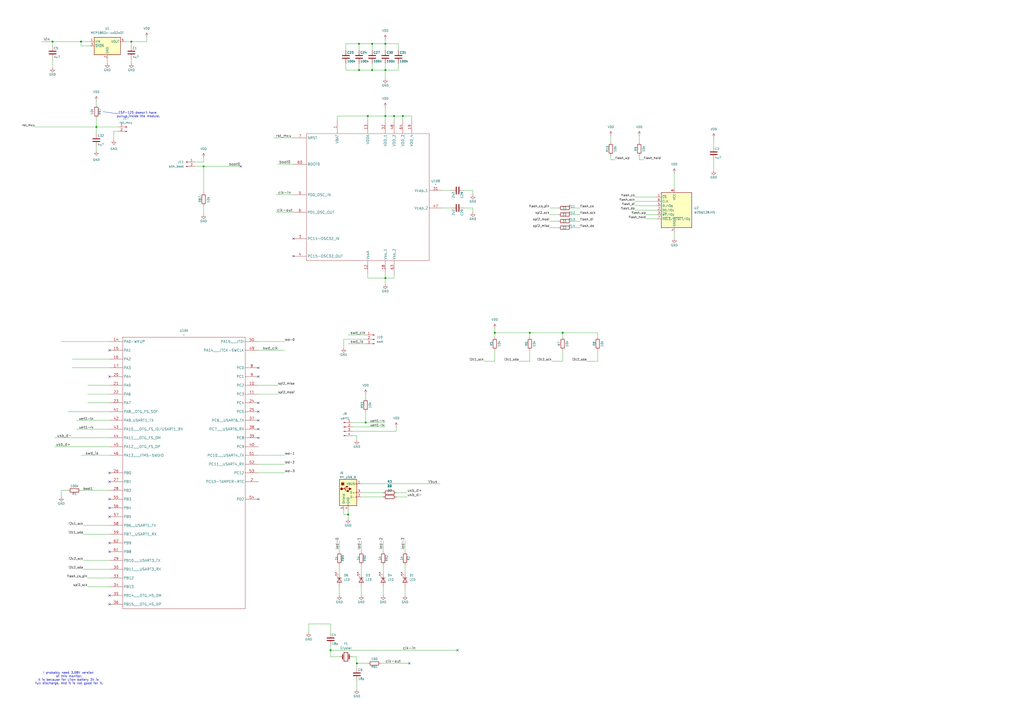
<source format=kicad_sch>
(kicad_sch (version 20250114) (generator "eeschema") (generator_version "9.0")
  (paper "A2")
  (lib_symbols
    (symbol "Connector:Conn_01x02_Pin" (pin_names (offset 1.016) (hide yes))
      (property "Reference" "J" (at 0 2.54 0))
      (property "Value" "Conn_01x02_Pin" (at 0 -5.08 0))
      (symbol "Conn_01x02_Pin_1_1"
        (pin passive line (at 5.08 0 180) (length 3.81) (name "Pin_1") (number "1"))
        (pin passive line (at 5.08 -2.54 180) (length 3.81) (name "Pin_2") (number "2"))
      )
    )
    (symbol "Connector:Conn_01x03_Pin" (pin_names (offset 1.016) (hide yes))
      (property "Reference" "J" (at 0 5.08 0))
      (property "Value" "Conn_01x03_Pin" (at 0 -5.08 0))
      (symbol "Conn_01x03_Pin_1_1"
        (pin passive line (at 5.08 2.54 180) (length 3.81) (name "Pin_1") (number "1"))
        (pin passive line (at 5.08 0 180) (length 3.81) (name "Pin_2") (number "2"))
        (pin passive line (at 5.08 -2.54 180) (length 3.81) (name "Pin_3") (number "3"))
      )
    )
    (symbol "Connector:Conn_01x04_Pin" (pin_names (offset 1.016) (hide yes))
      (property "Reference" "J" (at 0 5.08 0))
      (property "Value" "Conn_01x04_Pin" (at 0 -7.62 0))
      (symbol "Conn_01x04_Pin_1_1"
        (pin passive line (at 5.08 2.54 180) (length 3.81) (name "Pin_1") (number "1"))
        (pin passive line (at 5.08 0 180) (length 3.81) (name "Pin_2") (number "2"))
        (pin passive line (at 5.08 -2.54 180) (length 3.81) (name "Pin_3") (number "3"))
        (pin passive line (at 5.08 -5.08 180) (length 3.81) (name "Pin_4") (number "4"))
      )
    )
    (symbol "Connector:USB_B" (pin_names (offset 1.016))
      (property "Reference" "J" (at -5.08 11.43 0))
      (property "Value" "USB_B" (at -5.08 8.89 0))
      (symbol "USB_B_1_1"
        (pin passive line (at -2.54 -10.16 90) (length 2.54) (name "Shield") (number "5"))
        (pin power_out line (at 0 -10.16 90) (length 2.54) (name "GND") (number "4"))
        (pin power_out line (at 7.62 5.08 180) (length 2.54) (name "VBUS") (number "1"))
        (pin bidirectional line (at 7.62 0 180) (length 2.54) (name "D+") (number "3"))
        (pin bidirectional line (at 7.62 -2.54 180) (length 2.54) (name "D-") (number "2"))
      )
    )
    (symbol "Device:C" (pin_numbers (hide yes)) (pin_names (offset 0.254))
      (property "Reference" "C" (at 0.635 2.54 0))
      (property "Value" "C" (at 0.635 -2.54 0))
      (symbol "C_1_1"
        (pin passive line (at 0 3.81 270) (length 2.794) (name "~") (number "1"))
        (pin passive line (at 0 -3.81 90) (length 2.794) (name "~") (number "2"))
      )
    )
    (symbol "Device:Crystal" (pin_numbers (hide yes)) (pin_names (offset 1.016) (hide yes))
      (property "Reference" "Y" (at 0 3.81 0))
      (property "Value" "Crystal" (at 0 -3.81 0))
      (symbol "Crystal_1_1"
        (pin passive line (at -3.81 0 0) (length 1.27) (name "1") (number "1"))
        (pin passive line (at 3.81 0 180) (length 1.27) (name "2") (number "2"))
      )
    )
    (symbol "Device:D_Schottky" (pin_numbers (hide yes)) (pin_names (offset 1.016) (hide yes))
      (property "Reference" "D" (at 0 2.54 0))
      (property "Value" "D_Schottky" (at 0 -2.54 0))
      (symbol "D_Schottky_1_1"
        (pin passive line (at -3.81 0 0) (length 2.54) (name "K") (number "1"))
        (pin passive line (at 3.81 0 180) (length 2.54) (name "A") (number "2"))
      )
    )
    (symbol "Device:LED" (pin_numbers (hide yes)) (pin_names (offset 1.016) (hide yes))
      (property "Reference" "D" (at 0 2.54 0))
      (property "Value" "LED" (at 0 -2.54 0))
      (symbol "LED_1_1"
        (pin passive line (at -3.81 0 0) (length 2.54) (name "K") (number "1"))
        (pin passive line (at 3.81 0 180) (length 2.54) (name "A") (number "2"))
      )
    )
    (symbol "Device:R" (pin_numbers (hide yes)) (pin_names (offset 0))
      (property "Reference" "R" (at 2.032 0 90))
      (property "Value" "R" (at 0 0 90))
      (symbol "R_1_1"
        (pin passive line (at 0 3.81 270) (length 1.27) (name "~") (number "1"))
        (pin passive line (at 0 -3.81 90) (length 1.27) (name "~") (number "2"))
      )
    )
    (symbol "LED_2" (pin_numbers (hide yes)) (pin_names (offset 1.016) (hide yes))
      (property "Reference" "D" (at 0 2.54 0))
      (property "Value" "LED" (at 0 -2.54 0))
      (symbol "LED_2_1_1"
        (pin passive line (at -3.81 0 0) (length 2.54) (name "K") (number "1"))
        (pin passive line (at 3.81 0 180) (length 2.54) (name "A") (number "2"))
      )
    )
    (symbol "LED_3" (pin_numbers (hide yes)) (pin_names (offset 1.016) (hide yes))
      (property "Reference" "D" (at 0 2.54 0))
      (property "Value" "LED" (at 0 -2.54 0))
      (symbol "LED_3_1_1"
        (pin passive line (at -3.81 0 0) (length 2.54) (name "K") (number "1"))
        (pin passive line (at 3.81 0 180) (length 2.54) (name "A") (number "2"))
      )
    )
    (symbol "Memory_Flash:W25Q128JVS"
      (property "Reference" "U" (at -6.35 11.43 0))
      (property "Value" "W25Q128JVS" (at 7.62 11.43 0))
      (symbol "W25Q128JVS_1_1"
        (pin input line (at -10.16 7.62 0) (length 2.54) (name "~{CS}") (number "1"))
        (pin input line (at -10.16 5.08 0) (length 2.54) (name "CLK") (number "6"))
        (pin bidirectional line (at -10.16 2.54 0) (length 2.54) (name "DI/IO_{0}") (number "5"))
        (pin bidirectional line (at -10.16 0 0) (length 2.54) (name "DO/IO_{1}") (number "2"))
        (pin bidirectional line (at -10.16 -2.54 0) (length 2.54) (name "~{WP}/IO_{2}") (number "3"))
        (pin bidirectional line (at -10.16 -5.08 0) (length 2.54) (name "~{HOLD}/~{RESET}/IO_{3}") (number "7"))
        (pin power_in line (at 0 12.7 270) (length 2.54) (name "VCC") (number "8"))
        (pin power_in line (at 0 -12.7 90) (length 2.54) (name "GND") (number "4"))
      )
    )
    (symbol "Regulator_Linear:MCP1802x-xx02xOT"
      (property "Reference" "U" (at -6.35 6.35 0))
      (property "Value" "MCP1802x-xx02xOT" (at 0 6.35 0))
      (symbol "MCP1802x-xx02xOT_1_1"
        (pin power_in line (at -10.16 2.54 0) (length 2.54) (name "VIN") (number "1"))
        (pin input line (at -10.16 0 0) (length 2.54) (name "~{SHDN}") (number "3"))
        (pin power_in line (at 0 -7.62 90) (length 2.54) (name "GND") (number "2"))
        (pin no_connect line (at 7.62 0 180) (length 2.54) (hide yes) (name "NC") (number "4"))
        (pin power_out line (at 10.16 2.54 180) (length 2.54) (name "VOUT") (number "5"))
      )
    )
    (symbol "power:GND" (power) (pin_numbers (hide yes)) (pin_names (offset 0) (hide yes))
      (property "Value" "GND" (at 0 -3.81 0))
      (symbol "GND_1_1"
        (pin power_in line (at 0 0 270) (length 0) (name "~") (number "1"))
      )
    )
    (symbol "power:VDD" (power) (pin_numbers (hide yes)) (pin_names (offset 0) (hide yes))
      (property "Value" "VDD" (at 0 3.556 0))
      (symbol "VDD_1_1"
        (pin power_in line (at 0 0 90) (length 0) (name "~") (number "1"))
      )
    )
    (symbol "stm32f405rgt6:STM32F405RGT6"
      (property "Reference" "U" (at 0 0 0))
      (symbol "STM32F405RGT6_1_0"
        (pin bidirectional line (at -41.91 71.12 0) (length 7.62) (name "PA0-WKUP") (number "14"))
        (pin bidirectional line (at -41.91 66.04 0) (length 7.62) (name "PA1") (number "15"))
        (pin bidirectional line (at -41.91 60.96 0) (length 7.62) (name "PA2") (number "16"))
        (pin bidirectional line (at -41.91 55.88 0) (length 7.62) (name "PA3") (number "17"))
        (pin bidirectional line (at -41.91 50.8 0) (length 7.62) (name "PA4") (number "20"))
        (pin bidirectional line (at -41.91 45.72 0) (length 7.62) (name "PA5") (number "21"))
        (pin bidirectional line (at -41.91 40.64 0) (length 7.62) (name "PA6") (number "22"))
        (pin bidirectional line (at -41.91 35.56 0) (length 7.62) (name "PA7") (number "23"))
        (pin bidirectional line (at -41.91 30.48 0) (length 7.62) (name "PA8__OTG_FS_SOF") (number "41"))
        (pin bidirectional line (at -41.91 25.4 0) (length 7.62) (name "PA9_USART1_TX") (number "42"))
        (pin bidirectional line (at -41.91 20.32 0) (length 7.62) (name "PA10___OTG_FS_ID/USART1_RX") (number "43"))
        (pin bidirectional line (at -41.91 15.24 0) (length 7.62) (name "PA11___OTG_FS_DM") (number "44"))
        (pin bidirectional line (at -41.91 10.16 0) (length 7.62) (name "PA12___OTG_FS_DP") (number "45"))
        (pin bidirectional line (at -41.91 5.08 0) (length 7.62) (name "PA13___JTMS-SWDIO") (number "46"))
        (pin bidirectional line (at -41.91 -5.08 0) (length 7.62) (name "PB0") (number "26"))
        (pin bidirectional line (at -41.91 -10.16 0) (length 7.62) (name "PB1") (number "27"))
        (pin bidirectional line (at -41.91 -15.24 0) (length 7.62) (name "PB2") (number "28"))
        (pin bidirectional line (at -41.91 -20.32 0) (length 7.62) (name "PB3") (number "55"))
        (pin bidirectional line (at -41.91 -25.4 0) (length 7.62) (name "PB4") (number "56"))
        (pin bidirectional line (at -41.91 -30.48 0) (length 7.62) (name "PB5") (number "57"))
        (pin bidirectional line (at -41.91 -35.56 0) (length 7.62) (name "PB6__USART1_TX") (number "58"))
        (pin bidirectional line (at -41.91 -40.64 0) (length 7.62) (name "PB7__USART1_RX") (number "59"))
        (pin bidirectional line (at -41.91 -45.72 0) (length 7.62) (name "PB9") (number "62"))
        (pin bidirectional line (at -41.91 -50.8 0) (length 7.62) (name "PB8") (number "61"))
        (pin bidirectional line (at -41.91 -55.88 0) (length 7.62) (name "PB10___USART3_TX") (number "29"))
        (pin bidirectional line (at -41.91 -60.96 0) (length 7.62) (name "PB11___USART3_RX") (number "30"))
        (pin bidirectional line (at -41.91 -66.04 0) (length 7.62) (name "PB12") (number "33"))
        (pin bidirectional line (at -41.91 -71.12 0) (length 7.62) (name "PB13") (number "34"))
        (pin bidirectional line (at -41.91 -76.2 0) (length 7.62) (name "PB14___OTG_HS_DM") (number "35"))
        (pin bidirectional line (at -41.91 -81.28 0) (length 7.62) (name "PB15___OTG_HS_DP") (number "36"))
        (pin bidirectional line (at 44.45 71.12 180) (length 7.62) (name "PA15___JTDI") (number "50"))
        (pin bidirectional line (at 44.45 66.04 180) (length 7.62) (name "PA14___JTCK-SWCLK") (number "49"))
        (pin bidirectional line (at 44.45 55.88 180) (length 7.62) (name "PC0") (number "8"))
        (pin bidirectional line (at 44.45 50.8 180) (length 7.62) (name "PC1") (number "9"))
        (pin bidirectional line (at 44.45 45.72 180) (length 7.62) (name "PC2") (number "10"))
        (pin bidirectional line (at 44.45 40.64 180) (length 7.62) (name "PC3") (number "11"))
        (pin bidirectional line (at 44.45 35.56 180) (length 7.62) (name "PC4") (number "24"))
        (pin bidirectional line (at 44.45 30.48 180) (length 7.62) (name "PC5") (number "25"))
        (pin bidirectional line (at 44.45 25.4 180) (length 7.62) (name "PC6__USART6_TX") (number "37"))
        (pin bidirectional line (at 44.45 20.32 180) (length 7.62) (name "PC7___USART6_RX") (number "38"))
        (pin bidirectional line (at 44.45 15.24 180) (length 7.62) (name "PC8") (number "39"))
        (pin bidirectional line (at 44.45 10.16 180) (length 7.62) (name "PC9") (number "40"))
        (pin bidirectional line (at 44.45 5.08 180) (length 7.62) (name "PC10___USART4_TX") (number "51"))
        (pin bidirectional line (at 44.45 0 180) (length 7.62) (name "PC11__USART4_RX") (number "52"))
        (pin bidirectional line (at 44.45 -5.08 180) (length 7.62) (name "PC12") (number "53"))
        (pin bidirectional line (at 44.45 -10.16 180) (length 7.62) (name "PC13-TAMPER-RTC") (number "2"))
        (pin bidirectional line (at 44.45 -20.32 180) (length 7.62) (name "PD2") (number "54"))
      )
      (symbol "STM32F405RGT6_2_0"
        (pin bidirectional line (at -43.18 33.02 0) (length 7.62) (name "NRST") (number "7"))
        (pin input line (at -43.18 17.78 0) (length 7.62) (name "BOOT0") (number "60"))
        (pin input line (at -43.18 0 0) (length 7.62) (name "PD0_OSC_IN") (number "5"))
        (pin output line (at -43.18 -10.16 0) (length 7.62) (name "PD1_OSC_OUT") (number "6"))
        (pin bidirectional line (at -43.18 -25.4 0) (length 7.62) (name "PC14-OSC32_IN") (number "3"))
        (pin bidirectional line (at -43.18 -35.56 0) (length 7.62) (name "PC15-OSC32_OUT") (number "4"))
        (pin power_in line (at -17.78 43.18 270) (length 7.62) (name "VBAT") (number "1"))
        (pin power_in line (at 0 43.18 270) (length 7.62) (name "VDDA") (number "13"))
        (pin power_in line (at 0 -45.72 90) (length 7.62) (name "VssA") (number "12"))
        (pin power_in line (at 10.16 43.18 270) (length 7.62) (name "VDD_1") (number "32"))
        (pin power_in line (at 10.16 -45.72 90) (length 7.62) (name "Vss_1") (number "18"))
        (pin power_in line (at 15.24 43.18 270) (length 7.62) (name "VDD_2") (number "48"))
        (pin power_in line (at 15.24 -45.72 90) (length 7.62) (name "Vss_2") (number "63"))
        (pin power_in line (at 20.32 43.18 270) (length 7.62) (name "VDD_3") (number "64"))
        (pin power_in line (at 25.4 43.18 270) (length 7.62) (name "VDD_4") (number "19"))
        (pin passive line (at 43.18 2.54 180) (length 7.62) (name "Vcap_1") (number "31"))
        (pin passive line (at 43.18 -7.62 180) (length 7.62) (name "Vcap_2") (number "47"))
      )
    )
  )
  (text "I probably need 3.08V version \nof this monitor.\nIt is because for LiIon battery 3V is \nfull discharge. And it is not good for it." (at 40.132 393.446 0) (effects (font (size 1.27 1.27))))
  (text "ESP-12S doesn't have \npullup inside the module." (at 80.264 66.548 0) (effects (font (size 1.27 1.27))))
  (junction (at 228.6 67.31))
  (junction (at 223.52 25.4))
  (junction (at 201.93 298.45))
  (junction (at 233.68 67.31))
  (junction (at 223.52 67.31))
  (junction (at 46.99 24.13))
  (junction (at 223.52 161.29))
  (junction (at 287.02 193.04))
  (junction (at 76.2 24.13))
  (junction (at 55.88 73.66))
  (junction (at 215.9 40.64))
  (junction (at 215.9 25.4))
  (junction (at 212.09 245.11))
  (junction (at 223.52 40.64))
  (junction (at 307.34 193.04))
  (junction (at 118.11 96.52))
  (junction (at 191.77 377.19))
  (junction (at 207.01 384.81))
  (junction (at 30.48 24.13))
  (junction (at 208.28 25.4))
  (junction (at 208.28 40.64))
  (junction (at 326.39 193.04))
  (junction (at 213.36 67.31))
  (no_connect (at 63.5 345.44))
  (no_connect (at 170.18 148.59))
  (no_connect (at 149.86 233.68))
  (no_connect (at 149.86 213.36))
  (no_connect (at 139.7 96.52))
  (no_connect (at 149.86 218.44))
  (no_connect (at 170.18 138.43))
  (no_connect (at 237.49 384.81))
  (no_connect (at 265.43 377.19))
  (no_connect (at 63.5 279.4))
  (no_connect (at 63.5 350.52))
  (no_connect (at 149.86 254))
  (no_connect (at 63.5 274.32))
  (no_connect (at 63.5 218.44))
  (no_connect (at 149.86 248.92))
  (no_connect (at 63.5 314.96))
  (no_connect (at 63.5 289.56))
  (no_connect (at 63.5 294.64))
  (no_connect (at 149.86 238.76))
  (no_connect (at 149.86 289.56))
  (no_connect (at 149.86 243.84))
  (no_connect (at 63.5 299.72))
  (no_connect (at 63.5 203.2))
  (no_connect (at 63.5 320.04))
  (wire (pts (xy 234.95 313.69) (xy 234.95 320.04)))
  (wire (pts (xy 231.14 40.64) (xy 231.14 36.83)))
  (wire (pts (xy 20.32 73.66) (xy 55.88 73.66)))
  (wire (pts (xy 31.75 254) (xy 63.5 254)))
  (wire (pts (xy 215.9 40.64) (xy 223.52 40.64)))
  (wire (pts (xy 31.75 259.08) (xy 63.5 259.08)))
  (wire (pts (xy 209.55 280.67) (xy 255.27 280.67)))
  (wire (pts (xy 207.01 384.81) (xy 207.01 387.35)))
  (wire (pts (xy 223.52 62.23) (xy 223.52 67.31)))
  (wire (pts (xy 118.11 93.98) (xy 118.11 91.44)))
  (wire (pts (xy 204.47 250.19) (xy 229.87 250.19)))
  (wire (pts (xy 391.16 100.33) (xy 391.16 109.22)))
  (wire (pts (xy 318.77 120.65) (xy 323.85 120.65)))
  (wire (pts (xy 52.07 26.67) (xy 46.99 26.67)))
  (wire (pts (xy 41.91 208.28) (xy 63.5 208.28)))
  (wire (pts (xy 149.86 264.16) (xy 165.1 264.16)))
  (wire (pts (xy 223.52 36.83) (xy 223.52 40.64)))
  (wire (pts (xy 199.39 196.85) (xy 199.39 201.93)))
  (wire (pts (xy 331.47 120.65) (xy 336.55 120.65)))
  (wire (pts (xy 368.3 119.38) (xy 381 119.38)))
  (wire (pts (xy 320.04 209.55) (xy 326.39 209.55)))
  (wire (pts (xy 46.99 284.48) (xy 63.5 284.48)))
  (wire (pts (xy 170.18 123.19) (xy 160.02 123.19)))
  (polyline (pts (xy 59.69 64.77) (xy 68.58 66.04)))
  (wire (pts (xy 149.86 274.32) (xy 165.1 274.32)))
  (wire (pts (xy 223.52 25.4) (xy 223.52 29.21)))
  (wire (pts (xy 212.09 238.76) (xy 212.09 245.11)))
  (wire (pts (xy 318.77 128.27) (xy 323.85 128.27)))
  (wire (pts (xy 326.39 203.2) (xy 326.39 209.55)))
  (wire (pts (xy 50.8 223.52) (xy 63.5 223.52)))
  (wire (pts (xy 24.13 24.13) (xy 30.48 24.13)))
  (wire (pts (xy 222.25 340.36) (xy 222.25 345.44)))
  (wire (pts (xy 346.71 203.2) (xy 346.71 209.55)))
  (wire (pts (xy 215.9 40.64) (xy 215.9 36.83)))
  (wire (pts (xy 238.76 67.31) (xy 238.76 69.85)))
  (wire (pts (xy 48.26 304.8) (xy 63.5 304.8)))
  (wire (pts (xy 76.2 24.13) (xy 85.09 24.13)))
  (wire (pts (xy 331.47 132.08) (xy 336.55 132.08)))
  (wire (pts (xy 223.52 40.64) (xy 223.52 45.72)))
  (wire (pts (xy 191.77 374.65) (xy 191.77 377.19)))
  (wire (pts (xy 370.84 92.71) (xy 373.38 92.71)))
  (wire (pts (xy 204.47 245.11) (xy 212.09 245.11)))
  (wire (pts (xy 196.85 332.74) (xy 196.85 327.66)))
  (wire (pts (xy 212.09 228.6) (xy 212.09 231.14)))
  (wire (pts (xy 35.56 284.48) (xy 35.56 288.29)))
  (wire (pts (xy 76.2 34.29) (xy 76.2 36.83)))
  (wire (pts (xy 44.45 248.92) (xy 63.5 248.92)))
  (wire (pts (xy 228.6 161.29) (xy 228.6 158.75)))
  (wire (pts (xy 231.14 25.4) (xy 231.14 29.21)))
  (wire (pts (xy 50.8 340.36) (xy 63.5 340.36)))
  (wire (pts (xy 48.26 325.12) (xy 63.5 325.12)))
  (wire (pts (xy 207.01 252.73) (xy 207.01 255.27)))
  (wire (pts (xy 318.77 124.46) (xy 323.85 124.46)))
  (wire (pts (xy 149.86 223.52) (xy 161.29 223.52)))
  (wire (pts (xy 118.11 119.38) (xy 118.11 124.46)))
  (wire (pts (xy 346.71 193.04) (xy 326.39 193.04)))
  (wire (pts (xy 256.54 120.65) (xy 261.62 120.65)))
  (wire (pts (xy 370.84 78.74) (xy 370.84 82.55)))
  (wire (pts (xy 149.86 203.2) (xy 165.1 203.2)))
  (wire (pts (xy 209.55 285.75) (xy 222.25 285.75)))
  (wire (pts (xy 229.87 288.29) (xy 236.22 288.29)))
  (wire (pts (xy 201.93 295.91) (xy 201.93 298.45)))
  (wire (pts (xy 48.26 309.88) (xy 63.5 309.88)))
  (wire (pts (xy 118.11 96.52) (xy 139.7 96.52)))
  (wire (pts (xy 287.02 190.5) (xy 287.02 193.04)))
  (wire (pts (xy 213.36 158.75) (xy 213.36 161.29)))
  (wire (pts (xy 233.68 67.31) (xy 238.76 67.31)))
  (wire (pts (xy 39.37 238.76) (xy 63.5 238.76)))
  (wire (pts (xy 118.11 96.52) (xy 118.11 111.76)))
  (wire (pts (xy 191.77 381) (xy 196.85 381)))
  (wire (pts (xy 72.39 24.13) (xy 76.2 24.13)))
  (wire (pts (xy 215.9 25.4) (xy 223.52 25.4)))
  (wire (pts (xy 215.9 25.4) (xy 215.9 29.21)))
  (wire (pts (xy 331.47 128.27) (xy 336.55 128.27)))
  (wire (pts (xy 331.47 124.46) (xy 336.55 124.46)))
  (wire (pts (xy 30.48 24.13) (xy 46.99 24.13)))
  (wire (pts (xy 55.88 58.42) (xy 55.88 60.96)))
  (wire (pts (xy 55.88 85.09) (xy 55.88 87.63)))
  (wire (pts (xy 55.88 73.66) (xy 55.88 77.47)))
  (wire (pts (xy 149.86 198.12) (xy 165.1 198.12)))
  (wire (pts (xy 195.58 67.31) (xy 213.36 67.31)))
  (wire (pts (xy 55.88 73.66) (xy 68.58 73.66)))
  (wire (pts (xy 35.56 198.12) (xy 63.5 198.12)))
  (wire (pts (xy 265.43 377.19) (xy 191.77 377.19)))
  (wire (pts (xy 229.87 285.75) (xy 236.22 285.75)))
  (wire (pts (xy 274.32 120.65) (xy 274.32 123.19)))
  (wire (pts (xy 50.8 228.6) (xy 63.5 228.6)))
  (wire (pts (xy 201.93 298.45) (xy 199.39 298.45)))
  (wire (pts (xy 274.32 110.49) (xy 274.32 113.03)))
  (wire (pts (xy 354.33 78.74) (xy 354.33 82.55)))
  (wire (pts (xy 213.36 67.31) (xy 213.36 69.85)))
  (wire (pts (xy 201.93 194.31) (xy 212.09 194.31)))
  (wire (pts (xy 223.52 25.4) (xy 231.14 25.4)))
  (wire (pts (xy 223.52 67.31) (xy 223.52 69.85)))
  (wire (pts (xy 280.67 209.55) (xy 287.02 209.55)))
  (wire (pts (xy 228.6 67.31) (xy 228.6 69.85)))
  (wire (pts (xy 201.93 298.45) (xy 201.93 300.99)))
  (wire (pts (xy 300.99 209.55) (xy 307.34 209.55)))
  (wire (pts (xy 30.48 34.29) (xy 30.48 39.37)))
  (wire (pts (xy 76.2 24.13) (xy 76.2 26.67)))
  (wire (pts (xy 207.01 381) (xy 207.01 384.81)))
  (wire (pts (xy 287.02 193.04) (xy 287.02 195.58)))
  (wire (pts (xy 223.52 40.64) (xy 231.14 40.64)))
  (wire (pts (xy 39.37 284.48) (xy 35.56 284.48)))
  (wire (pts (xy 326.39 193.04) (xy 326.39 195.58)))
  (wire (pts (xy 212.09 196.85) (xy 199.39 196.85)))
  (wire (pts (xy 191.77 377.19) (xy 191.77 381)))
  (wire (pts (xy 113.03 96.52) (xy 118.11 96.52)))
  (wire (pts (xy 223.52 22.86) (xy 223.52 25.4)))
  (wire (pts (xy 200.66 40.64) (xy 208.28 40.64)))
  (wire (pts (xy 170.18 95.25) (xy 161.29 95.25)))
  (wire (pts (xy 196.85 313.69) (xy 196.85 320.04)))
  (wire (pts (xy 179.07 361.95) (xy 179.07 367.03)))
  (wire (pts (xy 30.48 24.13) (xy 30.48 26.67)))
  (wire (pts (xy 208.28 25.4) (xy 208.28 29.21)))
  (wire (pts (xy 170.18 113.03) (xy 160.02 113.03)))
  (wire (pts (xy 223.52 161.29) (xy 223.52 165.1)))
  (wire (pts (xy 237.49 384.81) (xy 220.98 384.81)))
  (wire (pts (xy 195.58 69.85) (xy 195.58 67.31)))
  (wire (pts (xy 374.65 127) (xy 381 127)))
  (wire (pts (xy 204.47 247.65) (xy 223.52 247.65)))
  (wire (pts (xy 256.54 110.49) (xy 261.62 110.49)))
  (wire (pts (xy 307.34 203.2) (xy 307.34 209.55)))
  (wire (pts (xy 50.8 335.28) (xy 63.5 335.28)))
  (wire (pts (xy 374.65 124.46) (xy 381 124.46)))
  (wire (pts (xy 191.77 367.03) (xy 191.77 361.95)))
  (wire (pts (xy 414.02 92.71) (xy 414.02 99.06)))
  (wire (pts (xy 222.25 313.69) (xy 222.25 320.04)))
  (wire (pts (xy 287.02 193.04) (xy 307.34 193.04)))
  (wire (pts (xy 354.33 92.71) (xy 356.87 92.71)))
  (wire (pts (xy 307.34 193.04) (xy 307.34 195.58)))
  (wire (pts (xy 212.09 245.11) (xy 223.52 245.11)))
  (wire (pts (xy 41.91 213.36) (xy 63.5 213.36)))
  (wire (pts (xy 208.28 36.83) (xy 208.28 40.64)))
  (wire (pts (xy 287.02 203.2) (xy 287.02 209.55)))
  (wire (pts (xy 269.24 110.49) (xy 274.32 110.49)))
  (wire (pts (xy 208.28 25.4) (xy 215.9 25.4)))
  (wire (pts (xy 340.36 209.55) (xy 346.71 209.55)))
  (wire (pts (xy 200.66 25.4) (xy 200.66 29.21)))
  (wire (pts (xy 213.36 67.31) (xy 223.52 67.31)))
  (wire (pts (xy 200.66 36.83) (xy 200.66 40.64)))
  (wire (pts (xy 46.99 26.67) (xy 46.99 24.13)))
  (wire (pts (xy 209.55 313.69) (xy 209.55 320.04)))
  (wire (pts (xy 234.95 332.74) (xy 234.95 327.66)))
  (wire (pts (xy 46.99 264.16) (xy 63.5 264.16)))
  (wire (pts (xy 209.55 288.29) (xy 222.25 288.29)))
  (wire (pts (xy 269.24 120.65) (xy 274.32 120.65)))
  (wire (pts (xy 391.16 134.62) (xy 391.16 138.43)))
  (wire (pts (xy 44.45 243.84) (xy 63.5 243.84)))
  (wire (pts (xy 223.52 158.75) (xy 223.52 161.29)))
  (wire (pts (xy 414.02 80.01) (xy 414.02 85.09)))
  (wire (pts (xy 213.36 384.81) (xy 207.01 384.81)))
  (wire (pts (xy 213.36 161.29) (xy 223.52 161.29)))
  (wire (pts (xy 234.95 340.36) (xy 234.95 345.44)))
  (wire (pts (xy 196.85 340.36) (xy 196.85 345.44)))
  (wire (pts (xy 223.52 161.29) (xy 228.6 161.29)))
  (wire (pts (xy 209.55 332.74) (xy 209.55 327.66)))
  (wire (pts (xy 66.04 76.2) (xy 66.04 81.28)))
  (wire (pts (xy 158.75 80.01) (xy 170.18 80.01)))
  (wire (pts (xy 204.47 252.73) (xy 207.01 252.73)))
  (wire (pts (xy 46.99 24.13) (xy 52.07 24.13)))
  (wire (pts (xy 368.3 116.84) (xy 381 116.84)))
  (wire (pts (xy 50.8 233.68) (xy 63.5 233.68)))
  (wire (pts (xy 191.77 361.95) (xy 179.07 361.95)))
  (wire (pts (xy 200.66 25.4) (xy 208.28 25.4)))
  (wire (pts (xy 68.58 76.2) (xy 66.04 76.2)))
  (wire (pts (xy 149.86 228.6) (xy 161.29 228.6)))
  (wire (pts (xy 209.55 340.36) (xy 209.55 345.44)))
  (wire (pts (xy 318.77 132.08) (xy 323.85 132.08)))
  (wire (pts (xy 207.01 381) (xy 204.47 381)))
  (wire (pts (xy 222.25 332.74) (xy 222.25 327.66)))
  (wire (pts (xy 233.68 67.31) (xy 233.68 69.85)))
  (wire (pts (xy 207.01 394.97) (xy 207.01 400.05)))
  (wire (pts (xy 223.52 67.31) (xy 228.6 67.31)))
  (wire (pts (xy 354.33 90.17) (xy 354.33 92.71)))
  (wire (pts (xy 55.88 68.58) (xy 55.88 73.66)))
  (wire (pts (xy 228.6 67.31) (xy 233.68 67.31)))
  (wire (pts (xy 199.39 298.45) (xy 199.39 295.91)))
  (wire (pts (xy 149.86 269.24) (xy 165.1 269.24)))
  (wire (pts (xy 326.39 193.04) (xy 307.34 193.04)))
  (wire (pts (xy 85.09 24.13) (xy 85.09 21.59)))
  (wire (pts (xy 201.93 199.39) (xy 212.09 199.39)))
  (wire (pts (xy 368.3 121.92) (xy 381 121.92)))
  (wire (pts (xy 208.28 40.64) (xy 215.9 40.64)))
  (wire (pts (xy 368.3 114.3) (xy 381 114.3)))
  (wire (pts (xy 346.71 195.58) (xy 346.71 193.04)))
  (wire (pts (xy 48.26 330.2) (xy 63.5 330.2)))
  (wire (pts (xy 113.03 93.98) (xy 118.11 93.98)))
  (wire (pts (xy 370.84 90.17) (xy 370.84 92.71)))
  (wire (pts (xy 229.87 247.65) (xy 229.87 250.19)))
  (wire (pts (xy 62.23 34.29) (xy 62.23 36.83)))
  (label "flash_cs" (at 368.3 114.3 180))
  (label "Vbus" (at 248.285 280.67 0) (effects (font (size 1.524 1.524))))
  (label "led-2" (at 222.25 318.77 90) (effects (font (size 1.524 1.524))))
  (label "spi2_miso" (at 318.77 132.08 180))
  (label "clk-in" (at 233.68 377.19 0) (effects (font (size 1.524 1.524))))
  (label "swd_clk" (at 152.4 203.2 0) (effects (font (size 1.524 1.524))))
  (label "uart1-rx" (at 45.72 248.92 0))
  (label "flash_di" (at 336.55 128.27 0))
  (label "usb_d-" (at 236.22 288.29 0) (effects (font (size 1.524 1.524))))
  (label "swd_io" (at 49.53 264.16 0) (effects (font (size 1.524 1.524))))
  (label "spi2_miso" (at 161.29 223.52 0))
  (label "i2c1_sda" (at 48.26 309.88 180))
  (label "flash_wp" (at 374.65 124.46 180))
  (label "clk-out" (at 160.655 123.19 0) (effects (font (size 1.524 1.524))))
  (label "usb_d+" (at 32.385 259.08 0) (effects (font (size 1.524 1.524))))
  (label "clk-in" (at 161.29 113.03 0) (effects (font (size 1.524 1.524))))
  (label "flash_cs_pin" (at 50.8 335.28 180))
  (label "spi2_sck" (at 50.8 340.36 180))
  (label "led-1" (at 165.1 264.16 0))
  (label "clk-out" (at 223.52 384.81 0) (effects (font (size 1.524 1.524))))
  (label "flash_sck" (at 336.55 124.46 0))
  (label "boot0" (at 132.715 96.52 0) (effects (font (size 1.524 1.524))))
  (label "rst_mcu" (at 160.02 80.01 0) (effects (font (size 1.524 1.524))))
  (label "flash_cs_pin" (at 318.77 120.65 180))
  (label "usb_d+" (at 236.22 285.75 0) (effects (font (size 1.524 1.524))))
  (label "i2c1_sck" (at 280.67 209.55 180))
  (label "uart1-tx" (at 45.72 243.84 0))
  (label "flash_wp" (at 356.87 92.71 0))
  (label "led-0" (at 196.85 318.77 90) (effects (font (size 1.524 1.524))))
  (label "led-3" (at 234.95 318.77 90) (effects (font (size 1.524 1.524))))
  (label "spi2_mosi" (at 318.77 128.27 180))
  (label "led-0" (at 165.1 198.12 0))
  (label "flash_di" (at 368.3 119.38 180))
  (label "Vin" (at 25.4 24.13 0) (effects (font (size 1.524 1.524))))
  (label "flash_hold" (at 374.65 127 180))
  (label "boot0" (at 161.925 95.25 0) (effects (font (size 1.524 1.524))))
  (label "led-3" (at 165.1 274.32 0))
  (label "flash_sck" (at 368.3 116.84 180))
  (label "flash_hold" (at 373.38 92.71 0))
  (label "i2c2_sda" (at 48.26 330.2 180))
  (label "spi2_sck" (at 318.77 124.46 180))
  (label "i2c1_sck" (at 48.26 304.8 180))
  (label "swd_clk" (at 203.2 194.31 0) (effects (font (size 1.524 1.524))))
  (label "rst_mcu" (at 20.32 73.66 180))
  (label "uart1-rx" (at 214.63 245.11 0))
  (label "i2c2_sck" (at 48.26 325.12 180))
  (label "i2c2_sck" (at 320.04 209.55 180))
  (label "i2c1_sda" (at 300.99 209.55 180))
  (label "boot1" (at 48.26 284.48 0))
  (label "spi2_mosi" (at 161.29 228.6 0))
  (label "flash_do" (at 368.3 121.92 180))
  (label "flash_cs" (at 336.55 120.65 0))
  (label "usb_d-" (at 33.02 254 0) (effects (font (size 1.524 1.524))))
  (label "swd_io" (at 203.2 199.39 0) (effects (font (size 1.524 1.524))))
  (label "uart1-tx" (at 214.63 247.65 0))
  (label "flash_do" (at 336.55 132.08 0))
  (label "led-1" (at 209.55 318.77 90) (effects (font (size 1.524 1.524))))
  (label "led-2" (at 165.1 269.24 0))
  (label "i2c2_sda" (at 340.36 209.55 180))
  (symbol (lib_id "Connector:Conn_01x02_Pin") (at 107.95 93.98 0) (unit 1)
    (property "Reference" "J11" (at 106.68 93.9799 0) (effects (justify right)))
    (property "Value" "stm_boot" (at 106.68 96.5199 0) (effects (justify right)))
    (property "Footprint" "Connector_PinHeader_2.54mm:PinHeader_1x02_P2.54mm_Vertical" (effects (hide yes)))
    (property "Description" "Generic connector, single row, 01x02, script generated" (effects (hide yes)))
  )
  (symbol (lib_id "Device:R") (at 346.71 199.39 0) (mirror y) (unit 1)
    (property "Reference" "R8" (at 344.678 199.39 90))
    (property "Value" "10k" (at 349.25 199.39 90))
    (property "Footprint" "Resistor_SMD:R_0603_1608Metric" (effects (hide yes)))
    (property "Description" "Resistor" (effects (hide yes)))
    (property "URL" "https://www.digikey.com/en/products/detail/yageo/RC0603JR-1010KL/13694233" (effects (hide yes)))
  )
  (symbol (lib_id "Device:R") (at 55.88 64.77 0) (unit 1)
    (property "Reference" "R97" (at 57.912 64.77 90))
    (property "Value" "10k" (at 53.34 64.77 90))
    (property "Footprint" "Capacitor_SMD:C_0603_1608Metric" (effects (hide yes)))
    (property "Description" "Resistor" (effects (hide yes)))
    (property "URL" "https://www.digikey.com/product-detail/en/yageo/RC0603JR-072K2L/311-2.2KGRCT-ND/729676" (effects (hide yes)))
  )
  (symbol (lib_id "Device:R") (at 327.66 132.08 90) (unit 1)
    (property "Reference" "R14" (at 331.724 131.064 90))
    (property "Value" "33" (at 327.406 132.08 90))
    (property "Footprint" "Resistor_SMD:R_0603_1608Metric_Pad0.98x0.95mm_HandSolder" (effects (hide yes)))
    (property "Description" "Resistor" (effects (hide yes)))
    (property "url" "https://www.digikey.com/en/products/detail/bourns-inc/CR0603-JW-330ELF/3784355" (effects (hide yes)))
  )
  (symbol (lib_id "Device:R") (at 326.39 199.39 0) (mirror y) (unit 1)
    (property "Reference" "R7" (at 324.358 199.39 90))
    (property "Value" "10k" (at 328.93 199.39 90))
    (property "Footprint" "Resistor_SMD:R_0603_1608Metric" (effects (hide yes)))
    (property "Description" "Resistor" (effects (hide yes)))
    (property "URL" "https://www.digikey.com/en/products/detail/yageo/RC0603JR-1010KL/13694233" (effects (hide yes)))
  )
  (symbol (lib_id "Connector:Conn_01x02_Pin") (at 73.66 73.66 0) (mirror y) (unit 1)
    (property "Reference" "J17" (at 73.025 68.58 0))
    (property "Value" "rst_mcu" (at 73.025 71.12 0))
    (property "Footprint" "Connector_PinHeader_2.54mm:PinHeader_1x02_P2.54mm_Vertical" (effects (hide yes)))
    (property "Description" "Generic connector, single row, 01x02, script generated" (effects (hide yes)))
  )
  (symbol (lib_id "Memory_Flash:W25Q128JVS") (at 391.16 121.92 0) (unit 1)
    (property "Reference" "U2" (at 402.59 120.6499 0) (effects (justify left)))
    (property "Value" "W25Q128JVS" (at 402.59 123.1899 0) (effects (justify left)))
    (property "Footprint" "Package_SO:SOIC-8_5.3x5.3mm_P1.27mm" (effects (hide yes)))
    (property "Datasheet" "https://www.winbond.com/resource-files/w25q128jv_dtr%20revc%2003272018%20plus.pdf" (effects (hide yes)))
    (property "Description" "128Mbit / 16MiB Serial Flash Memory, Standard/Dual/Quad SPI, 2.7-3.6V, SOIC-8" (effects (hide yes)))
  )
  (symbol (lib_name "LED_3") (lib_id "Device:LED") (at 209.55 336.55 270) (unit 1)
    (property "Reference" "D3" (at 212.09 333.6924 90) (effects (justify left)))
    (property "Value" "LED" (at 212.09 336.2324 90) (effects (justify left)))
    (property "Footprint" "LED_THT:LED_D3.0mm" (effects (hide yes)))
    (property "Description" "Light emitting diode" (effects (hide yes)))
    (property "Sim.Pins" "1=K 2=A" (effects (hide yes)))
  )
  (symbol (lib_id "Device:C") (at 208.28 33.02 0) (unit 1)
    (property "Reference" "C24" (at 208.915 30.48 0) (effects (justify left)))
    (property "Value" "100n" (at 208.915 35.56 0) (effects (justify left)))
    (property "Footprint" "Capacitor_SMD:C_0603_1608Metric" (effects (hide yes)))
    (property "Description" "Unpolarized capacitor" (effects (hide yes)))
  )
  (symbol (lib_id "power:GND") (at 55.88 87.63 0) (unit 1)
    (property "Reference" "#PWR0200" (effects (hide yes)))
    (property "Value" "GND" (at 55.88 92.71 0))
    (property "Description" "Power symbol creates a global label with name \"GND\" , ground" (effects (hide yes)))
  )
  (symbol (lib_id "Device:R") (at 327.66 124.46 90) (unit 1)
    (property "Reference" "R12" (at 331.724 123.444 90))
    (property "Value" "33" (at 327.406 124.46 90))
    (property "Footprint" "Resistor_SMD:R_0603_1608Metric_Pad0.98x0.95mm_HandSolder" (effects (hide yes)))
    (property "Description" "Resistor" (effects (hide yes)))
    (property "url" "https://www.digikey.com/en/products/detail/bourns-inc/CR0603-JW-330ELF/3784355" (effects (hide yes)))
  )
  (symbol (lib_id "power:VDD") (at 212.09 228.6 0) (unit 1)
    (property "Reference" "#PWR0112" (effects (hide yes)))
    (property "Value" "VDD" (at 212.09 223.52 0))
    (property "Description" "Power symbol creates a global label with name \"VDD\"" (effects (hide yes)))
  )
  (symbol (lib_id "Connector:USB_B") (at 201.93 285.75 0) (unit 1)
    (property "Reference" "J6" (at 196.85 274.32 0) (effects (justify left)))
    (property "Value" "MY_USB_B" (at 196.85 276.86 0) (effects (justify left)))
    (property "Footprint" "Connector_USB:USB_B_Lumberg_2411_02_Horizontal" (effects (hide yes)))
    (property "Datasheet" " ~" (effects (hide yes)))
    (property "Description" "USB Type B connector" (effects (hide yes)))
    (property "URL" "https://www.digikey.com/en/products/detail/on-shore-technology-inc/USB-B1HSB6/2677744" (effects (hide yes)))
  )
  (symbol (lib_id "power:GND") (at 62.23 36.83 0) (unit 1)
    (property "Reference" "#PWR043" (effects (hide yes)))
    (property "Value" "GND" (at 62.23 40.64 0))
    (property "Description" "Power symbol creates a global label with name \"GND\" , ground" (effects (hide yes)))
  )
  (symbol (lib_id "stm32f405rgt6:STM32F405RGT6") (at 105.41 269.24 0) (unit 1)
    (property "Reference" "U10" (at 106.68 191.77 0))
    (property "Value" "~" (at 106.68 194.31 0))
    (property "Footprint" "Package_QFP:LQFP-64_10x10mm_P0.5mm" (effects (hide yes)))
    (property "URL" "https://www.digikey.com/en/products/detail/stmicroelectronics/stm32f405rgt6/2754208" (effects (hide yes)))
  )
  (symbol (lib_id "Device:R") (at 226.06 285.75 90) (unit 1)
    (property "Reference" "R3" (at 226.06 279.4 90))
    (property "Value" "22" (at 226.06 281.94 90))
    (property "Description" "Resistor" (effects (hide yes)))
    (property "url" "https://www.digikey.com/en/products/detail/yageo/RC0603FR-0710KL/726880" (effects (hide yes)))
  )
  (symbol (lib_id "Device:D_Schottky") (at -17.78 68.58 180) (unit 1)
    (property "Reference" "D2" (at -17.4625 62.23 0))
    (property "Value" "1N5819" (at -17.4625 64.77 0))
    (property "Footprint" "Diode_THT:D_DO-41_SOD81_P7.62mm_Horizontal" (effects (hide yes)))
    (property "Description" "Schottky diode" (effects (hide yes)))
    (property "URL" "https://www.digikey.com/en/products/detail/stmicroelectronics/1N5819/1037326" (effects (hide yes)))
  )
  (symbol (lib_id "power:GND") (at 274.32 113.03 0) (unit 1)
    (property "Reference" "#PWR0119" (effects (hide yes)))
    (property "Value" "GND" (at 274.32 116.84 0))
    (property "Description" "Power symbol creates a global label with name \"GND\" , ground" (effects (hide yes)))
  )
  (symbol (lib_id "Connector:Conn_01x04_Pin") (at 199.39 247.65 0) (unit 1)
    (property "Reference" "J9" (at 200.025 240.03 0))
    (property "Value" "uart1" (at 200.025 242.57 0))
    (property "Footprint" "Connector_PinHeader_2.54mm:PinHeader_1x04_P2.54mm_Vertical" (effects (hide yes)))
    (property "Description" "Generic connector, single row, 01x04, script generated" (effects (hide yes)))
  )
  (symbol (lib_id "Device:C") (at 200.66 33.02 0) (unit 1)
    (property "Reference" "C23" (at 201.295 30.48 0) (effects (justify left)))
    (property "Value" "100n" (at 201.295 35.56 0) (effects (justify left)))
    (property "Footprint" "Capacitor_SMD:C_0603_1608Metric" (effects (hide yes)))
    (property "Description" "Unpolarized capacitor" (effects (hide yes)))
  )
  (symbol (lib_id "power:VDD") (at 354.33 78.74 0) (unit 1)
    (property "Reference" "#PWR011" (effects (hide yes)))
    (property "Value" "VDD" (at 354.33 73.66 0))
    (property "Description" "Power symbol creates a global label with name \"VDD\"" (effects (hide yes)))
  )
  (symbol (lib_id "power:VDD") (at 85.09 21.59 0) (unit 1)
    (property "Reference" "#PWR04" (effects (hide yes)))
    (property "Value" "VDD" (at 85.09 16.51 0))
    (property "Description" "Power symbol creates a global label with name \"VDD\"" (effects (hide yes)))
  )
  (symbol (lib_id "Device:R") (at 370.84 86.36 0) (mirror y) (unit 1)
    (property "Reference" "R9" (at 368.808 86.36 90))
    (property "Value" "10k" (at 373.38 86.36 90))
    (property "Footprint" "Resistor_SMD:R_0603_1608Metric" (effects (hide yes)))
    (property "Description" "Resistor" (effects (hide yes)))
    (property "URL" "https://www.digikey.com/en/products/detail/yageo/RC0603JR-1010KL/13694233" (effects (hide yes)))
  )
  (symbol (lib_id "Device:Crystal") (at 200.66 381 0) (unit 1)
    (property "Reference" "Y1" (at 200.66 373.38 0))
    (property "Value" "Crystal" (at 200.66 375.92 0))
    (property "Footprint" "Crystal:Crystal_HC52-8mm_Vertical" (effects (hide yes)))
    (property "Description" "Two pin crystal" (effects (hide yes)))
    (property "URL" "https://www.digikey.com/en/products/detail/yic/8M20P2-49US/15648614" (effects (hide yes)))
  )
  (symbol (lib_id "Device:C") (at 223.52 33.02 0) (unit 1)
    (property "Reference" "C30" (at 224.155 30.48 0) (effects (justify left)))
    (property "Value" "100n" (at 224.155 35.56 0) (effects (justify left)))
    (property "Footprint" "Capacitor_SMD:C_0603_1608Metric" (effects (hide yes)))
    (property "Description" "Unpolarized capacitor" (effects (hide yes)))
  )
  (symbol (lib_id "Device:C") (at 191.77 370.84 0) (unit 1)
    (property "Reference" "C4" (at 192.405 368.3 0) (effects (justify left)))
    (property "Value" "18p" (at 192.405 373.38 0) (effects (justify left)))
    (property "Footprint" "Capacitor_SMD:C_0603_1608Metric" (effects (hide yes)))
    (property "Description" "Unpolarized capacitor" (effects (hide yes)))
  )
  (symbol (lib_id "power:GND") (at 209.55 345.44 0) (unit 1)
    (property "Reference" "#PWR0105" (effects (hide yes)))
    (property "Value" "GND" (at 209.55 349.25 0))
    (property "Description" "Power symbol creates a global label with name \"GND\" , ground" (effects (hide yes)))
  )
  (symbol (lib_id "Device:C") (at 207.01 391.16 0) (unit 1)
    (property "Reference" "C9" (at 207.645 388.62 0) (effects (justify left)))
    (property "Value" "18p" (at 207.645 393.7 0) (effects (justify left)))
    (property "Footprint" "Capacitor_SMD:C_0603_1608Metric" (effects (hide yes)))
    (property "Description" "Unpolarized capacitor" (effects (hide yes)))
  )
  (symbol (lib_id "power:VDD") (at 414.02 80.01 0) (unit 1)
    (property "Reference" "#PWR09" (effects (hide yes)))
    (property "Value" "VDD" (at 414.02 74.93 0))
    (property "Description" "Power symbol creates a global label with name \"VDD\"" (effects (hide yes)))
  )
  (symbol (lib_id "Device:C") (at 76.2 30.48 0) (unit 1)
    (property "Reference" "C1" (at 76.835 27.94 0) (effects (justify left)))
    (property "Value" "4u7" (at 76.835 33.02 0) (effects (justify left)))
    (property "Footprint" "Capacitor_SMD:C_0603_1608Metric" (effects (hide yes)))
    (property "Description" "Unpolarized capacitor" (effects (hide yes)))
    (property "URL" "https://www.digikey.com/product-detail/en/samsung-electro-mechanics-america-inc/CL10B475KQ8NQNC/1276-2087-1-ND/3890173" (effects (hide yes)))
  )
  (symbol (lib_id "power:VDD") (at 370.84 78.74 0) (unit 1)
    (property "Reference" "#PWR010" (effects (hide yes)))
    (property "Value" "VDD" (at 370.84 73.66 0))
    (property "Description" "Power symbol creates a global label with name \"VDD\"" (effects (hide yes)))
  )
  (symbol (lib_id "stm32f405rgt6:STM32F405RGT6") (at 213.36 113.03 0) (unit 2)
    (property "Reference" "U10" (at 252.73 105.0256 0))
    (property "Value" "~" (at 252.73 106.9307 0))
    (property "Footprint" "Package_QFP:LQFP-64_10x10mm_P0.5mm" (effects (hide yes)))
    (property "URL" "https://www.digikey.com/en/products/detail/stmicroelectronics/stm32f405rgt6/2754208" (effects (hide yes)))
  )
  (symbol (lib_name "LED_2") (lib_id "Device:LED") (at 196.85 336.55 270) (unit 1)
    (property "Reference" "D6" (at 199.39 333.6924 90) (effects (justify left)))
    (property "Value" "LED" (at 199.39 336.2324 90) (effects (justify left)))
    (property "Footprint" "LED_THT:LED_D3.0mm" (effects (hide yes)))
    (property "Description" "Light emitting diode" (effects (hide yes)))
    (property "Sim.Pins" "1=K 2=A" (effects (hide yes)))
  )
  (symbol (lib_id "power:GND") (at 223.52 45.72 0) (unit 1)
    (property "Reference" "#PWR0118" (effects (hide yes)))
    (property "Value" "GND" (at 223.52 49.53 0))
    (property "Description" "Power symbol creates a global label with name \"GND\" , ground" (effects (hide yes)))
  )
  (symbol (lib_id "power:GND") (at 76.2 36.83 0) (unit 1)
    (property "Reference" "#PWR03" (effects (hide yes)))
    (property "Value" "GND" (at 76.2 40.64 0))
    (property "Description" "Power symbol creates a global label with name \"GND\" , ground" (effects (hide yes)))
  )
  (symbol (lib_id "Device:R") (at 307.34 199.39 0) (mirror y) (unit 1)
    (property "Reference" "R6" (at 305.308 199.39 90))
    (property "Value" "10k" (at 309.88 199.39 90))
    (property "Footprint" "Resistor_SMD:R_0603_1608Metric" (effects (hide yes)))
    (property "Description" "Resistor" (effects (hide yes)))
    (property "URL" "https://www.digikey.com/en/products/detail/yageo/RC0603JR-1010KL/13694233" (effects (hide yes)))
  )
  (symbol (lib_id "power:VDD") (at 118.11 91.44 0) (unit 1)
    (property "Reference" "#PWR099" (effects (hide yes)))
    (property "Value" "VDD" (at 118.11 86.36 0))
    (property "Description" "Power symbol creates a global label with name \"VDD\"" (effects (hide yes)))
  )
  (symbol (lib_id "Connector:Conn_01x03_Pin") (at 217.17 196.85 0) (mirror y) (unit 1)
    (property "Reference" "J10" (at 218.44 195.5799 0) (effects (justify right)))
    (property "Value" "swd" (at 218.44 198.1199 0) (effects (justify right)))
    (property "Footprint" "Connector_PinHeader_2.54mm:PinHeader_1x03_P2.54mm_Vertical" (effects (hide yes)))
    (property "Description" "Generic connector, single row, 01x03, script generated" (effects (hide yes)))
  )
  (symbol (lib_id "Device:R") (at 327.66 120.65 90) (unit 1)
    (property "Reference" "R11" (at 331.724 119.634 90))
    (property "Value" "33" (at 327.406 120.65 90))
    (property "Footprint" "Resistor_SMD:R_0603_1608Metric_Pad0.98x0.95mm_HandSolder" (effects (hide yes)))
    (property "Description" "Resistor" (effects (hide yes)))
    (property "url" "https://www.digikey.com/en/products/detail/bourns-inc/CR0603-JW-330ELF/3784355" (effects (hide yes)))
  )
  (symbol (lib_id "Device:LED") (at 222.25 336.55 270) (unit 1)
    (property "Reference" "D4" (at 224.79 333.6924 90) (effects (justify left)))
    (property "Value" "LED" (at 224.79 336.2324 90) (effects (justify left)))
    (property "Footprint" "LED_THT:LED_D3.0mm" (effects (hide yes)))
    (property "Description" "Light emitting diode" (effects (hide yes)))
    (property "Sim.Pins" "1=K 2=A" (effects (hide yes)))
  )
  (symbol (lib_id "power:GND") (at 199.39 201.93 0) (mirror y) (unit 1)
    (property "Reference" "#PWR0121" (effects (hide yes)))
    (property "Value" "GND" (at 199.39 205.74 0))
    (property "Description" "Power symbol creates a global label with name \"GND\" , ground" (effects (hide yes)))
  )
  (symbol (lib_id "Device:R") (at 354.33 86.36 0) (mirror y) (unit 1)
    (property "Reference" "R10" (at 352.298 86.36 90))
    (property "Value" "10k" (at 356.87 86.36 90))
    (property "Footprint" "Resistor_SMD:R_0603_1608Metric" (effects (hide yes)))
    (property "Description" "Resistor" (effects (hide yes)))
    (property "URL" "https://www.digikey.com/en/products/detail/yageo/RC0603JR-1010KL/13694233" (effects (hide yes)))
  )
  (symbol (lib_id "power:GND") (at 201.93 300.99 0) (mirror y) (unit 1)
    (property "Reference" "#PWR0108" (effects (hide yes)))
    (property "Value" "GND" (at 201.93 304.8 0))
    (property "Description" "Power symbol creates a global label with name \"GND\" , ground" (effects (hide yes)))
  )
  (symbol (lib_id "Device:R") (at 226.06 288.29 90) (unit 1)
    (property "Reference" "R4" (at 226.06 281.94 90))
    (property "Value" "22" (at 226.06 284.48 90))
    (property "Description" "Resistor" (effects (hide yes)))
    (property "url" "https://www.digikey.com/en/products/detail/yageo/RC0603FR-0710KL/726880" (effects (hide yes)))
  )
  (symbol (lib_id "power:VDD") (at 287.02 190.5 0) (unit 1)
    (property "Reference" "#PWR05" (effects (hide yes)))
    (property "Value" "VDD" (at 287.02 185.42 0))
    (property "Description" "Power symbol creates a global label with name \"VDD\"" (effects (hide yes)))
  )
  (symbol (lib_id "Device:R") (at 234.95 323.85 0) (unit 1)
    (property "Reference" "R2" (at 236.982 323.85 90))
    (property "Value" "1k" (at 232.918 323.85 90))
    (property "Footprint" "Resistor_SMD:R_0603_1608Metric" (effects (hide yes)))
    (property "Description" "Resistor" (effects (hide yes)))
    (property "URL" "https://www.digikey.com/en/products/detail/yageo/RC0603JR-131KL/13694162" (effects (hide yes)))
  )
  (symbol (lib_id "Device:R") (at 196.85 323.85 0) (unit 1)
    (property "Reference" "R89" (at 198.882 323.85 90))
    (property "Value" "1k" (at 195.072 323.85 90))
    (property "Footprint" "Resistor_SMD:R_0603_1608Metric" (effects (hide yes)))
    (property "Description" "Resistor" (effects (hide yes)))
    (property "URL" "https://www.digikey.com/en/products/detail/yageo/RC0603JR-131KL/13694162" (effects (hide yes)))
  )
  (symbol (lib_id "power:VDD") (at 55.88 58.42 0) (unit 1)
    (property "Reference" "#PWR0199" (effects (hide yes)))
    (property "Value" "VDD" (at 55.88 53.34 0))
    (property "Description" "Power symbol creates a global label with name \"VDD\"" (effects (hide yes)))
  )
  (symbol (lib_id "power:GND") (at 207.01 255.27 0) (mirror y) (unit 1)
    (property "Reference" "#PWR098" (effects (hide yes)))
    (property "Value" "GND" (at 207.01 259.08 0))
    (property "Description" "Power symbol creates a global label with name \"GND\" , ground" (effects (hide yes)))
  )
  (symbol (lib_id "power:GND") (at 30.48 39.37 0) (unit 1)
    (property "Reference" "#PWR038" (effects (hide yes)))
    (property "Value" "GND" (at 30.48 43.18 0))
    (property "Description" "Power symbol creates a global label with name \"GND\" , ground" (effects (hide yes)))
  )
  (symbol (lib_id "power:GND") (at 222.25 345.44 0) (unit 1)
    (property "Reference" "#PWR0111" (effects (hide yes)))
    (property "Value" "GND" (at 222.25 349.25 0))
    (property "Description" "Power symbol creates a global label with name \"GND\" , ground" (effects (hide yes)))
  )
  (symbol (lib_id "Regulator_Linear:MCP1802x-xx02xOT") (at 62.23 26.67 0) (unit 1)
    (property "Reference" "U1" (at 62.23 16.51 0))
    (property "Value" "MCP1802x-xx02xOT" (at 62.23 19.05 0))
    (property "Footprint" "Package_TO_SOT_SMD:SOT-23-5" (effects (hide yes)))
    (property "Datasheet" "http://ww1.microchip.com/downloads/en/DeviceDoc/22053C.pdf" (effects (hide yes)))
    (property "Description" "150mA, Tiny CMOS LDO With Shutdown, Fixed Voltage, SOT-23-5" (effects (hide yes)))
  )
  (symbol (lib_id "Device:R") (at 222.25 323.85 0) (unit 1)
    (property "Reference" "R92" (at 224.282 323.85 90))
    (property "Value" "1k" (at 220.218 323.85 90))
    (property "Footprint" "Resistor_SMD:R_0603_1608Metric" (effects (hide yes)))
    (property "Description" "Resistor" (effects (hide yes)))
    (property "URL" "https://www.digikey.com/en/products/detail/yageo/RC0603JR-131KL/13694162" (effects (hide yes)))
  )
  (symbol (lib_id "Device:C") (at 414.02 88.9 0) (unit 1)
    (property "Reference" "C2" (at 414.655 86.36 0) (effects (justify left)))
    (property "Value" "4u7" (at 414.655 91.44 0) (effects (justify left)))
    (property "Footprint" "Capacitor_SMD:C_0603_1608Metric" (effects (hide yes)))
    (property "Description" "Unpolarized capacitor" (effects (hide yes)))
    (property "URL" "https://www.digikey.com/product-detail/en/samsung-electro-mechanics-america-inc/CL10B475KQ8NQNC/1276-2087-1-ND/3890173" (effects (hide yes)))
  )
  (symbol (lib_id "Device:C") (at 55.88 81.28 0) (unit 1)
    (property "Reference" "C32" (at 56.515 78.74 0) (effects (justify left)))
    (property "Value" "4u7" (at 56.515 83.82 0) (effects (justify left)))
    (property "Footprint" "Capacitor_SMD:C_0603_1608Metric" (effects (hide yes)))
    (property "Description" "Unpolarized capacitor" (effects (hide yes)))
    (property "URL" "https://www.digikey.com/product-detail/en/samsung-electro-mechanics-america-inc/CL10B475KQ8NQNC/1276-2087-1-ND/3890173" (effects (hide yes)))
  )
  (symbol (lib_id "power:VDD") (at 223.52 62.23 0) (unit 1)
    (property "Reference" "#PWR0110" (effects (hide yes)))
    (property "Value" "VDD" (at 223.52 57.15 0))
    (property "Description" "Power symbol creates a global label with name \"VDD\"" (effects (hide yes)))
  )
  (symbol (lib_id "power:VDD") (at 229.87 247.65 0) (unit 1)
    (property "Reference" "#PWR0106" (effects (hide yes)))
    (property "Value" "VDD" (at 229.87 242.57 0))
    (property "Description" "Power symbol creates a global label with name \"VDD\"" (effects (hide yes)))
  )
  (symbol (lib_id "power:VDD") (at 391.16 100.33 0) (unit 1)
    (property "Reference" "#PWR07" (effects (hide yes)))
    (property "Value" "VDD" (at 391.16 95.25 0))
    (property "Description" "Power symbol creates a global label with name \"VDD\"" (effects (hide yes)))
  )
  (symbol (lib_id "power:GND") (at 223.52 165.1 0) (unit 1)
    (property "Reference" "#PWR0113" (effects (hide yes)))
    (property "Value" "GND" (at 223.52 168.91 0))
    (property "Description" "Power symbol creates a global label with name \"GND\" , ground" (effects (hide yes)))
  )
  (symbol (lib_id "power:GND") (at 66.04 81.28 0) (unit 1)
    (property "Reference" "#PWR0201" (effects (hide yes)))
    (property "Value" "GND" (at 66.04 86.36 0))
    (property "Description" "Power symbol creates a global label with name \"GND\" , ground" (effects (hide yes)))
  )
  (symbol (lib_id "power:GND") (at 207.01 400.05 0) (unit 1)
    (property "Reference" "#PWR0104" (effects (hide yes)))
    (property "Value" "GND" (at 207.01 403.86 0))
    (property "Description" "Power symbol creates a global label with name \"GND\" , ground" (effects (hide yes)))
  )
  (symbol (lib_id "Device:C") (at 30.48 30.48 0) (unit 1)
    (property "Reference" "C5" (at 31.115 27.94 0) (effects (justify left)))
    (property "Value" "4u7" (at 31.115 33.02 0) (effects (justify left)))
    (property "Footprint" "Capacitor_SMD:C_0603_1608Metric" (effects (hide yes)))
    (property "Description" "Unpolarized capacitor" (effects (hide yes)))
    (property "URL" "https://www.digikey.com/product-detail/en/samsung-electro-mechanics-america-inc/CL10B475KQ8NQNC/1276-2087-1-ND/3890173" (effects (hide yes)))
  )
  (symbol (lib_id "Device:C") (at 215.9 33.02 0) (unit 1)
    (property "Reference" "C27" (at 216.535 30.48 0) (effects (justify left)))
    (property "Value" "100n" (at 216.535 35.56 0) (effects (justify left)))
    (property "Footprint" "Capacitor_SMD:C_0603_1608Metric" (effects (hide yes)))
    (property "Description" "Unpolarized capacitor" (effects (hide yes)))
  )
  (symbol (lib_id "Device:R") (at 43.18 284.48 90) (mirror x) (unit 1)
    (property "Reference" "R1" (at 43.18 286.512 90))
    (property "Value" "100k" (at 43.18 281.94 90))
    (property "Footprint" "Resistor_SMD:R_0603_1608Metric" (effects (hide yes)))
    (property "Description" "Resistor" (effects (hide yes)))
  )
  (symbol (lib_id "Device:C") (at 265.43 120.65 270) (unit 1)
    (property "Reference" "C29" (at 267.97 121.285 0) (effects (justify left)))
    (property "Value" "2u2" (at 262.89 121.285 0) (effects (justify left)))
    (property "Footprint" "Capacitor_SMD:C_0603_1608Metric" (effects (hide yes)))
    (property "Description" "Unpolarized capacitor" (effects (hide yes)))
  )
  (symbol (lib_id "power:GND") (at 196.85 345.44 0) (unit 1)
    (property "Reference" "#PWR0103" (effects (hide yes)))
    (property "Value" "GND" (at 196.85 349.25 0))
    (property "Description" "Power symbol creates a global label with name \"GND\" , ground" (effects (hide yes)))
  )
  (symbol (lib_id "power:GND") (at 118.11 124.46 0) (unit 1)
    (property "Reference" "#PWR0100" (effects (hide yes)))
    (property "Value" "GND" (at 118.11 128.27 0))
    (property "Description" "Power symbol creates a global label with name \"GND\" , ground" (effects (hide yes)))
  )
  (symbol (lib_id "Device:R") (at 327.66 128.27 90) (unit 1)
    (property "Reference" "R13" (at 331.724 127.254 90))
    (property "Value" "33" (at 327.406 128.27 90))
    (property "Footprint" "Resistor_SMD:R_0603_1608Metric_Pad0.98x0.95mm_HandSolder" (effects (hide yes)))
    (property "Description" "Resistor" (effects (hide yes)))
    (property "url" "https://www.digikey.com/en/products/detail/bourns-inc/CR0603-JW-330ELF/3784355" (effects (hide yes)))
  )
  (symbol (lib_id "Device:R") (at 212.09 234.95 0) (mirror y) (unit 1)
    (property "Reference" "R93" (at 210.058 234.95 90))
    (property "Value" "10k" (at 214.63 234.95 90))
    (property "Footprint" "Resistor_SMD:R_0603_1608Metric" (effects (hide yes)))
    (property "Description" "Resistor" (effects (hide yes)))
    (property "URL" "https://www.digikey.com/en/products/detail/yageo/RC0603JR-1010KL/13694233" (effects (hide yes)))
  )
  (symbol (lib_id "power:GND") (at 234.95 345.44 0) (unit 1)
    (property "Reference" "#PWR02" (effects (hide yes)))
    (property "Value" "GND" (at 234.95 349.25 0))
    (property "Description" "Power symbol creates a global label with name \"GND\" , ground" (effects (hide yes)))
  )
  (symbol (lib_id "power:GND") (at 35.56 288.29 0) (unit 1)
    (property "Reference" "#PWR01" (effects (hide yes)))
    (property "Value" "GND" (at 35.56 292.1 0))
    (property "Description" "Power symbol creates a global label with name \"GND\" , ground" (effects (hide yes)))
  )
  (symbol (lib_id "power:GND") (at 414.02 99.06 0) (unit 1)
    (property "Reference" "#PWR08" (effects (hide yes)))
    (property "Value" "GND" (at 414.02 102.87 0))
    (property "Description" "Power symbol creates a global label with name \"GND\" , ground" (effects (hide yes)))
  )
  (symbol (lib_id "power:GND") (at 179.07 367.03 0) (unit 1)
    (property "Reference" "#PWR092" (effects (hide yes)))
    (property "Value" "GND" (at 179.07 370.84 0))
    (property "Description" "Power symbol creates a global label with name \"GND\" , ground" (effects (hide yes)))
  )
  (symbol (lib_id "Device:C") (at 231.14 33.02 0) (unit 1)
    (property "Reference" "C31" (at 231.775 30.48 0) (effects (justify left)))
    (property "Value" "100n" (at 231.775 35.56 0) (effects (justify left)))
    (property "Footprint" "Capacitor_SMD:C_0603_1608Metric" (effects (hide yes)))
    (property "Description" "Unpolarized capacitor" (effects (hide yes)))
  )
  (symbol (lib_id "Device:R") (at 287.02 199.39 0) (mirror y) (unit 1)
    (property "Reference" "R5" (at 284.988 199.39 90))
    (property "Value" "10k" (at 289.56 199.39 90))
    (property "Footprint" "Resistor_SMD:R_0603_1608Metric" (effects (hide yes)))
    (property "Description" "Resistor" (effects (hide yes)))
    (property "URL" "https://www.digikey.com/en/products/detail/yageo/RC0603JR-1010KL/13694233" (effects (hide yes)))
  )
  (symbol (lib_id "Device:R") (at 118.11 115.57 180) (unit 1)
    (property "Reference" "R87" (at 116.078 115.57 90))
    (property "Value" "10k" (at 120.904 115.824 90))
    (property "Footprint" "Resistor_SMD:R_0603_1608Metric" (effects (hide yes)))
    (property "Description" "Resistor" (effects (hide yes)))
    (property "URL" "https://www.digikey.com/en/products/detail/yageo/RC0603JR-1010KL/13694233" (effects (hide yes)))
  )
  (symbol (lib_id "Device:R") (at 209.55 323.85 0) (unit 1)
    (property "Reference" "R90" (at 211.582 323.85 90))
    (property "Value" "1k" (at 207.772 323.85 90))
    (property "Footprint" "Resistor_SMD:R_0603_1608Metric" (effects (hide yes)))
    (property "Description" "Resistor" (effects (hide yes)))
    (property "URL" "https://www.digikey.com/en/products/detail/yageo/RC0603JR-131KL/13694162" (effects (hide yes)))
  )
  (symbol (lib_id "power:VDD") (at 223.52 22.86 0) (unit 1)
    (property "Reference" "#PWR0107" (effects (hide yes)))
    (property "Value" "VDD" (at 223.52 17.78 0))
    (property "Description" "Power symbol creates a global label with name \"VDD\"" (effects (hide yes)))
  )
  (symbol (lib_id "Device:C") (at 265.43 110.49 270) (unit 1)
    (property "Reference" "C28" (at 267.97 111.125 0) (effects (justify left)))
    (property "Value" "2u2" (at 262.89 111.125 0) (effects (justify left)))
    (property "Footprint" "Capacitor_SMD:C_0603_1608Metric" (effects (hide yes)))
    (property "Description" "Unpolarized capacitor" (effects (hide yes)))
  )
  (symbol (lib_id "power:GND") (at 274.32 123.19 0) (unit 1)
    (property "Reference" "#PWR0120" (effects (hide yes)))
    (property "Value" "GND" (at 274.32 127 0))
    (property "Description" "Power symbol creates a global label with name \"GND\" , ground" (effects (hide yes)))
  )
  (symbol (lib_id "power:GND") (at 391.16 138.43 0) (unit 1)
    (property "Reference" "#PWR06" (effects (hide yes)))
    (property "Value" "GND" (at 391.16 142.24 0))
    (property "Description" "Power symbol creates a global label with name \"GND\" , ground" (effects (hide yes)))
  )
  (symbol (lib_id "Device:R") (at 217.17 384.81 270) (unit 1)
    (property "Reference" "R91" (at 217.17 386.842 90))
    (property "Value" "100" (at 217.17 382.27 90))
    (property "Footprint" "Resistor_SMD:R_0603_1608Metric" (effects (hide yes)))
    (property "Description" "Resistor" (effects (hide yes)))
    (property "URL" "https://www.digikey.com/en/products/detail/yageo/AC0603JR-07100RL/5896356" (effects (hide yes)))
  )
  (symbol (lib_id "Device:LED") (at 234.95 336.55 270) (unit 1)
    (property "Reference" "D1" (at 237.49 333.6924 90) (effects (justify left)))
    (property "Value" "LED" (at 237.49 336.2324 90) (effects (justify left)))
    (property "Footprint" "LED_THT:LED_D3.0mm" (effects (hide yes)))
    (property "Description" "Light emitting diode" (effects (hide yes)))
    (property "Sim.Pins" "1=K 2=A" (effects (hide yes)))
  )
)
</source>
